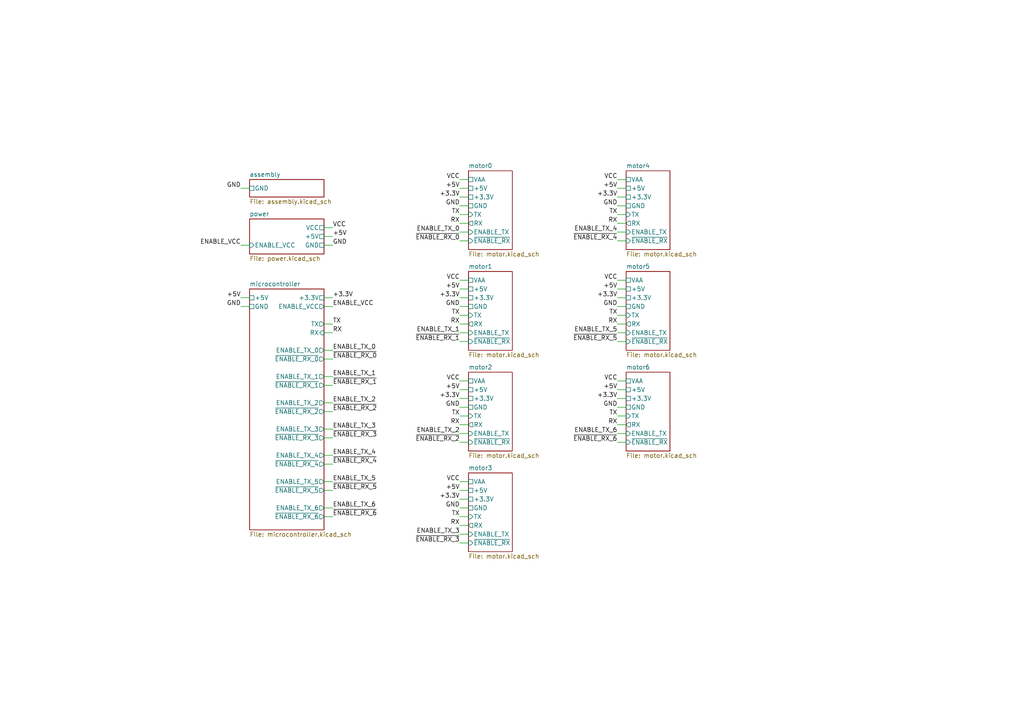
<source format=kicad_sch>
(kicad_sch (version 20230121) (generator eeschema)
  (paper "A4")
  (title_block (title "tmc5130-uart-multiplexer") (date "2024-07-10") (rev "1.0") (company "Howard Hughes Medical Institute"))
  (lib_symbols)
  (wire (pts (xy 133.35 62.23) (xy 135.89 62.23)))
  (wire (pts (xy 179.07 120.65) (xy 181.61 120.65)))
  (wire (pts (xy 93.98 109.22) (xy 96.52 109.22)))
  (wire (pts (xy 179.07 93.98) (xy 181.61 93.98)))
  (wire (pts (xy 93.98 124.46) (xy 96.52 124.46)))
  (wire (pts (xy 179.07 57.15) (xy 181.61 57.15)))
  (wire (pts (xy 96.52 68.58) (xy 93.98 68.58)))
  (wire (pts (xy 93.98 132.08) (xy 96.52 132.08)))
  (wire (pts (xy 133.35 59.69) (xy 135.89 59.69)))
  (wire (pts (xy 133.35 110.49) (xy 135.89 110.49)))
  (wire (pts (xy 133.35 64.77) (xy 135.89 64.77)))
  (wire (pts (xy 179.07 118.11) (xy 181.61 118.11)))
  (wire (pts (xy 179.07 113.03) (xy 181.61 113.03)))
  (wire (pts (xy 133.35 123.19) (xy 135.89 123.19)))
  (wire (pts (xy 69.85 86.36) (xy 72.39 86.36)))
  (wire (pts (xy 93.98 149.86) (xy 96.52 149.86)))
  (wire (pts (xy 181.61 128.27) (xy 179.07 128.27)))
  (wire (pts (xy 179.07 52.07) (xy 181.61 52.07)))
  (wire (pts (xy 96.52 66.04) (xy 93.98 66.04)))
  (wire (pts (xy 133.35 139.7) (xy 135.89 139.7)))
  (wire (pts (xy 133.35 83.82) (xy 135.89 83.82)))
  (wire (pts (xy 133.35 113.03) (xy 135.89 113.03)))
  (wire (pts (xy 179.07 81.28) (xy 181.61 81.28)))
  (wire (pts (xy 133.35 54.61) (xy 135.89 54.61)))
  (wire (pts (xy 69.85 88.9) (xy 72.39 88.9)))
  (wire (pts (xy 93.98 142.24) (xy 96.52 142.24)))
  (wire (pts (xy 93.98 104.14) (xy 96.52 104.14)))
  (wire (pts (xy 96.52 96.52) (xy 93.98 96.52)))
  (wire (pts (xy 133.35 88.9) (xy 135.89 88.9)))
  (wire (pts (xy 69.85 54.61) (xy 72.39 54.61)))
  (wire (pts (xy 133.35 93.98) (xy 135.89 93.98)))
  (wire (pts (xy 93.98 119.38) (xy 96.52 119.38)))
  (wire (pts (xy 96.52 86.36) (xy 93.98 86.36)))
  (wire (pts (xy 181.61 67.31) (xy 179.07 67.31)))
  (wire (pts (xy 133.35 142.24) (xy 135.89 142.24)))
  (wire (pts (xy 179.07 83.82) (xy 181.61 83.82)))
  (wire (pts (xy 133.35 86.36) (xy 135.89 86.36)))
  (wire (pts (xy 133.35 147.32) (xy 135.89 147.32)))
  (wire (pts (xy 133.35 52.07) (xy 135.89 52.07)))
  (wire (pts (xy 133.35 81.28) (xy 135.89 81.28)))
  (wire (pts (xy 179.07 88.9) (xy 181.61 88.9)))
  (wire (pts (xy 135.89 67.31) (xy 133.35 67.31)))
  (wire (pts (xy 179.07 64.77) (xy 181.61 64.77)))
  (wire (pts (xy 93.98 139.7) (xy 96.52 139.7)))
  (wire (pts (xy 181.61 96.52) (xy 179.07 96.52)))
  (wire (pts (xy 93.98 116.84) (xy 96.52 116.84)))
  (wire (pts (xy 135.89 128.27) (xy 133.35 128.27)))
  (wire (pts (xy 135.89 96.52) (xy 133.35 96.52)))
  (wire (pts (xy 96.52 71.12) (xy 93.98 71.12)))
  (wire (pts (xy 93.98 101.6) (xy 96.52 101.6)))
  (wire (pts (xy 135.89 125.73) (xy 133.35 125.73)))
  (wire (pts (xy 179.07 110.49) (xy 181.61 110.49)))
  (wire (pts (xy 133.35 144.78) (xy 135.89 144.78)))
  (wire (pts (xy 93.98 134.62) (xy 96.52 134.62)))
  (wire (pts (xy 179.07 123.19) (xy 181.61 123.19)))
  (wire (pts (xy 179.07 62.23) (xy 181.61 62.23)))
  (wire (pts (xy 93.98 88.9) (xy 96.52 88.9)))
  (wire (pts (xy 179.07 86.36) (xy 181.61 86.36)))
  (wire (pts (xy 181.61 125.73) (xy 179.07 125.73)))
  (wire (pts (xy 133.35 57.15) (xy 135.89 57.15)))
  (wire (pts (xy 135.89 99.06) (xy 133.35 99.06)))
  (wire (pts (xy 133.35 120.65) (xy 135.89 120.65)))
  (wire (pts (xy 93.98 111.76) (xy 96.52 111.76)))
  (wire (pts (xy 133.35 91.44) (xy 135.89 91.44)))
  (wire (pts (xy 181.61 99.06) (xy 179.07 99.06)))
  (wire (pts (xy 135.89 154.94) (xy 133.35 154.94)))
  (wire (pts (xy 179.07 59.69) (xy 181.61 59.69)))
  (wire (pts (xy 133.35 149.86) (xy 135.89 149.86)))
  (wire (pts (xy 179.07 54.61) (xy 181.61 54.61)))
  (wire (pts (xy 93.98 127) (xy 96.52 127)))
  (wire (pts (xy 133.35 118.11) (xy 135.89 118.11)))
  (wire (pts (xy 133.35 152.4) (xy 135.89 152.4)))
  (wire (pts (xy 179.07 91.44) (xy 181.61 91.44)))
  (wire (pts (xy 96.52 93.98) (xy 93.98 93.98)))
  (wire (pts (xy 135.89 69.85) (xy 133.35 69.85)))
  (wire (pts (xy 179.07 115.57) (xy 181.61 115.57)))
  (wire (pts (xy 135.89 157.48) (xy 133.35 157.48)))
  (wire (pts (xy 181.61 69.85) (xy 179.07 69.85)))
  (wire (pts (xy 133.35 115.57) (xy 135.89 115.57)))
  (wire (pts (xy 93.98 147.32) (xy 96.52 147.32)))
  (wire (pts (xy 72.39 71.12) (xy 69.85 71.12)))
  (label "GND" (at 96.52 71.12 0))
  (label "VCC" (at 179.07 110.49 180))
  (label "ENABLE_TX_4" (at 179.07 67.31 180))
  (label "ENABLE_TX_2" (at 96.52 116.84 0))
  (label "TX" (at 133.35 62.23 180))
  (label "TX" (at 179.07 62.23 180))
  (label "GND" (at 133.35 147.32 180))
  (label "+3.3V" (at 133.35 144.78 180))
  (label "ENABLE_TX_1" (at 133.35 96.52 180))
  (label "GND" (at 133.35 118.11 180))
  (label "~{ENABLE_RX_0}" (at 96.52 104.14 0))
  (label "ENABLE_VCC" (at 96.52 88.9 0))
  (label "+5V" (at 133.35 83.82 180))
  (label "RX" (at 96.52 96.52 0))
  (label "~{ENABLE_RX_3}" (at 133.35 157.48 180))
  (label "TX" (at 96.52 93.98 0))
  (label "TX" (at 133.35 91.44 180))
  (label "~{ENABLE_RX_3}" (at 96.52 127 0))
  (label "+5V" (at 96.52 68.58 0))
  (label "~{ENABLE_RX_4}" (at 179.07 69.85 180))
  (label "RX" (at 133.35 93.98 180))
  (label "ENABLE_TX_4" (at 96.52 132.08 0))
  (label "~{ENABLE_RX_2}" (at 96.52 119.38 0))
  (label "RX" (at 179.07 123.19 180))
  (label "VCC" (at 133.35 110.49 180))
  (label "ENABLE_TX_5" (at 179.07 96.52 180))
  (label "GND" (at 133.35 59.69 180))
  (label "GND" (at 69.85 88.9 180))
  (label "GND" (at 179.07 88.9 180))
  (label "~{ENABLE_RX_2}" (at 133.35 128.27 180))
  (label "+3.3V" (at 133.35 86.36 180))
  (label "TX" (at 133.35 120.65 180))
  (label "RX" (at 133.35 123.19 180))
  (label "TX" (at 179.07 120.65 180))
  (label "ENABLE_TX_2" (at 133.35 125.73 180))
  (label "~{ENABLE_RX_4}" (at 96.52 134.62 0))
  (label "+5V" (at 133.35 142.24 180))
  (label "+5V" (at 179.07 54.61 180))
  (label "ENABLE_TX_6" (at 96.52 147.32 0))
  (label "GND" (at 179.07 118.11 180))
  (label "VCC" (at 179.07 52.07 180))
  (label "ENABLE_TX_3" (at 96.52 124.46 0))
  (label "~{ENABLE_RX_6}" (at 179.07 128.27 180))
  (label "TX" (at 179.07 91.44 180))
  (label "+5V" (at 69.85 86.36 180))
  (label "ENABLE_TX_6" (at 179.07 125.73 180))
  (label "ENABLE_TX_5" (at 96.52 139.7 0))
  (label "+5V" (at 179.07 113.03 180))
  (label "GND" (at 69.85 54.61 180))
  (label "ENABLE_TX_0" (at 133.35 67.31 180))
  (label "RX" (at 133.35 64.77 180))
  (label "RX" (at 133.35 152.4 180))
  (label "+3.3V" (at 96.52 86.36 0))
  (label "ENABLE_VCC" (at 69.85 71.12 180))
  (label "VCC" (at 133.35 52.07 180))
  (label "+3.3V" (at 179.07 57.15 180))
  (label "+3.3V" (at 179.07 86.36 180))
  (label "ENABLE_TX_3" (at 133.35 154.94 180))
  (label "GND" (at 133.35 88.9 180))
  (label "ENABLE_TX_1" (at 96.52 109.22 0))
  (label "~{ENABLE_RX_5}" (at 96.52 142.24 0))
  (label "ENABLE_TX_0" (at 96.52 101.6 0))
  (label "VCC" (at 133.35 81.28 180))
  (label "~{ENABLE_RX_1}" (at 96.52 111.76 0))
  (label "+3.3V" (at 133.35 57.15 180))
  (label "~{ENABLE_RX_5}" (at 179.07 99.06 180))
  (label "~{ENABLE_RX_6}" (at 96.52 149.86 0))
  (label "+3.3V" (at 133.35 115.57 180))
  (label "GND" (at 179.07 59.69 180))
  (label "+5V" (at 133.35 113.03 180))
  (label "~{ENABLE_RX_0}" (at 133.35 69.85 180))
  (label "+5V" (at 133.35 54.61 180))
  (label "+3.3V" (at 179.07 115.57 180))
  (label "TX" (at 133.35 149.86 180))
  (label "RX" (at 179.07 64.77 180))
  (label "~{ENABLE_RX_1}" (at 133.35 99.06 180))
  (label "+5V" (at 179.07 83.82 180))
  (label "VCC" (at 179.07 81.28 180))
  (label "RX" (at 179.07 93.98 180))
  (label "VCC" (at 133.35 139.7 180))
  (label "VCC" (at 96.52 66.04 0))
  (sheet (at 72.39 52.07) (size 21.59 5.08) (stroke (width 0.1524))
    (property "Sheetname" "assembly" (at 72.39 51.3584 0) (effects (justify left bottom)))
    (property "Sheetfile" "assembly.kicad_sch" (at 72.39 57.7346 0) (effects (justify left top)))
    (pin "GND" passive (at 72.39 54.61 180))
  )
  (sheet (at 135.89 49.53) (size 12.7 22.86) (stroke (width 0.1524))
    (property "Sheetname" "motor0" (at 135.89 48.8184 0) (effects (justify left bottom)))
    (property "Sheetfile" "motor.kicad_sch" (at 135.89 72.9746 0) (effects (justify left top)))
    (pin "GND" passive (at 135.89 59.69 180))
    (pin "VAA" passive (at 135.89 52.07 180))
    (pin "+5V" passive (at 135.89 54.61 180))
    (pin "+3.3V" passive (at 135.89 57.15 180))
    (pin "ENABLE_TX" input (at 135.89 67.31 180))
    (pin "~{ENABLE_RX}" input (at 135.89 69.85 180))
    (pin "RX" output (at 135.89 64.77 180))
    (pin "TX" input (at 135.89 62.23 180))
  )
  (sheet (at 181.61 78.74) (size 12.7 22.86) (stroke (width 0.1524))
    (property "Sheetname" "motor5" (at 181.61 78.0284 0) (effects (justify left bottom)))
    (property "Sheetfile" "motor.kicad_sch" (at 181.61 102.1846 0) (effects (justify left top)))
    (pin "GND" passive (at 181.61 88.9 180))
    (pin "VAA" passive (at 181.61 81.28 180))
    (pin "+5V" passive (at 181.61 83.82 180))
    (pin "+3.3V" passive (at 181.61 86.36 180))
    (pin "ENABLE_TX" input (at 181.61 96.52 180))
    (pin "~{ENABLE_RX}" input (at 181.61 99.06 180))
    (pin "RX" output (at 181.61 93.98 180))
    (pin "TX" input (at 181.61 91.44 180))
  )
  (sheet (at 181.61 107.95) (size 12.7 22.86) (stroke (width 0.1524))
    (property "Sheetname" "motor6" (at 181.61 107.2384 0) (effects (justify left bottom)))
    (property "Sheetfile" "motor.kicad_sch" (at 181.61 131.3946 0) (effects (justify left top)))
    (pin "GND" passive (at 181.61 118.11 180))
    (pin "VAA" passive (at 181.61 110.49 180))
    (pin "+5V" passive (at 181.61 113.03 180))
    (pin "+3.3V" passive (at 181.61 115.57 180))
    (pin "ENABLE_TX" input (at 181.61 125.73 180))
    (pin "~{ENABLE_RX}" input (at 181.61 128.27 180))
    (pin "RX" output (at 181.61 123.19 180))
    (pin "TX" input (at 181.61 120.65 180))
  )
  (sheet (at 72.39 83.82) (size 21.59 69.85) (stroke (width 0.1524))
    (property "Sheetname" "microcontroller" (at 72.39 83.1084 0) (effects (justify left bottom)))
    (property "Sheetfile" "microcontroller.kicad_sch" (at 72.39 154.2546 0) (effects (justify left top)))
    (pin "TX" output (at 93.98 93.98 0))
    (pin "RX" input (at 93.98 96.52 0))
    (pin "GND" passive (at 72.39 88.9 180))
    (pin "+5V" passive (at 72.39 86.36 180))
    (pin "+3.3V" passive (at 93.98 86.36 0))
    (pin "ENABLE_TX_0" output (at 93.98 101.6 0))
    (pin "~{ENABLE_RX_0}" output (at 93.98 104.14 0))
    (pin "ENABLE_TX_1" output (at 93.98 109.22 0))
    (pin "~{ENABLE_RX_1}" output (at 93.98 111.76 0))
    (pin "~{ENABLE_RX_6}" output (at 93.98 149.86 0))
    (pin "ENABLE_TX_6" output (at 93.98 147.32 0))
    (pin "ENABLE_TX_4" output (at 93.98 132.08 0))
    (pin "~{ENABLE_RX_3}" output (at 93.98 127 0))
    (pin "ENABLE_TX_5" output (at 93.98 139.7 0))
    (pin "~{ENABLE_RX_4}" output (at 93.98 134.62 0))
    (pin "ENABLE_TX_2" output (at 93.98 116.84 0))
    (pin "~{ENABLE_RX_2}" output (at 93.98 119.38 0))
    (pin "ENABLE_TX_3" output (at 93.98 124.46 0))
    (pin "~{ENABLE_RX_5}" output (at 93.98 142.24 0))
    (pin "ENABLE_VCC" output (at 93.98 88.9 0))
  )
  (sheet (at 135.89 107.95) (size 12.7 22.86) (stroke (width 0.1524))
    (property "Sheetname" "motor2" (at 135.89 107.2384 0) (effects (justify left bottom)))
    (property "Sheetfile" "motor.kicad_sch" (at 135.89 131.3946 0) (effects (justify left top)))
    (pin "GND" passive (at 135.89 118.11 180))
    (pin "VAA" passive (at 135.89 110.49 180))
    (pin "+5V" passive (at 135.89 113.03 180))
    (pin "+3.3V" passive (at 135.89 115.57 180))
    (pin "ENABLE_TX" input (at 135.89 125.73 180))
    (pin "~{ENABLE_RX}" input (at 135.89 128.27 180))
    (pin "RX" output (at 135.89 123.19 180))
    (pin "TX" input (at 135.89 120.65 180))
  )
  (sheet (at 135.89 78.74) (size 12.7 22.86) (stroke (width 0.1524))
    (property "Sheetname" "motor1" (at 135.89 78.0284 0) (effects (justify left bottom)))
    (property "Sheetfile" "motor.kicad_sch" (at 135.89 102.1846 0) (effects (justify left top)))
    (pin "GND" passive (at 135.89 88.9 180))
    (pin "VAA" passive (at 135.89 81.28 180))
    (pin "+5V" passive (at 135.89 83.82 180))
    (pin "+3.3V" passive (at 135.89 86.36 180))
    (pin "ENABLE_TX" input (at 135.89 96.52 180))
    (pin "~{ENABLE_RX}" input (at 135.89 99.06 180))
    (pin "RX" output (at 135.89 93.98 180))
    (pin "TX" input (at 135.89 91.44 180))
  )
  (sheet (at 181.61 49.53) (size 12.7 22.86) (stroke (width 0.1524))
    (property "Sheetname" "motor4" (at 181.61 48.8184 0) (effects (justify left bottom)))
    (property "Sheetfile" "motor.kicad_sch" (at 181.61 72.9746 0) (effects (justify left top)))
    (pin "GND" passive (at 181.61 59.69 180))
    (pin "VAA" passive (at 181.61 52.07 180))
    (pin "+5V" passive (at 181.61 54.61 180))
    (pin "+3.3V" passive (at 181.61 57.15 180))
    (pin "ENABLE_TX" input (at 181.61 67.31 180))
    (pin "~{ENABLE_RX}" input (at 181.61 69.85 180))
    (pin "RX" output (at 181.61 64.77 180))
    (pin "TX" input (at 181.61 62.23 180))
  )
  (sheet (at 72.39 63.5) (size 21.59 10.16) (stroke (width 0.1524))
    (property "Sheetname" "power" (at 72.39 62.7884 0) (effects (justify left bottom)))
    (property "Sheetfile" "power.kicad_sch" (at 72.39 74.2446 0) (effects (justify left top)))
    (pin "GND" passive (at 93.98 71.12 0))
    (pin "+5V" passive (at 93.98 68.58 0))
    (pin "ENABLE_VCC" input (at 72.39 71.12 180))
    (pin "VCC" passive (at 93.98 66.04 0))
  )
  (sheet (at 135.89 137.16) (size 12.7 22.86) (stroke (width 0.1524))
    (property "Sheetname" "motor3" (at 135.89 136.4484 0) (effects (justify left bottom)))
    (property "Sheetfile" "motor.kicad_sch" (at 135.89 160.6046 0) (effects (justify left top)))
    (pin "GND" passive (at 135.89 147.32 180))
    (pin "VAA" passive (at 135.89 139.7 180))
    (pin "+5V" passive (at 135.89 142.24 180))
    (pin "+3.3V" passive (at 135.89 144.78 180))
    (pin "ENABLE_TX" input (at 135.89 154.94 180))
    (pin "~{ENABLE_RX}" input (at 135.89 157.48 180))
    (pin "RX" output (at 135.89 152.4 180))
    (pin "TX" input (at 135.89 149.86 180))
  )
)
</source>
